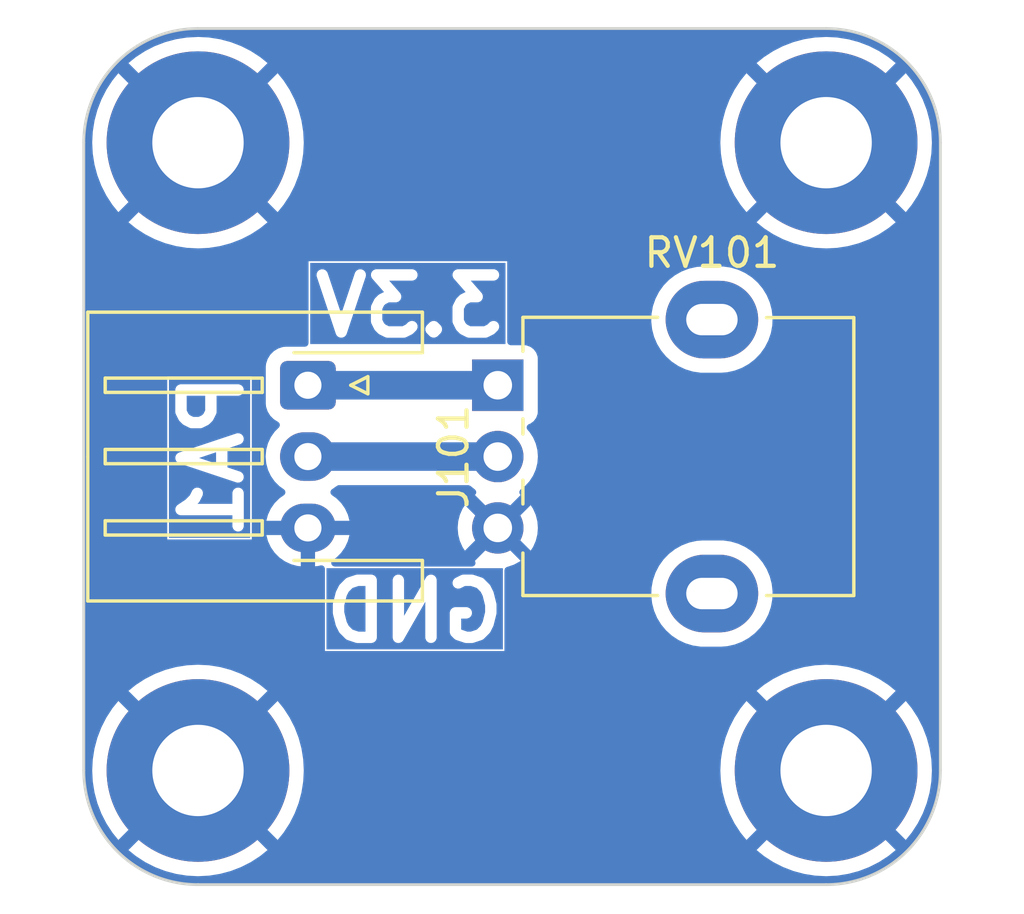
<source format=kicad_pcb>
(kicad_pcb (version 20221018) (generator pcbnew)
  (layers (0 "F.Cu" signal) (31 "B.Cu" signal) (34 "B.Paste" user) (35 "F.Paste" user) (36 "B.SilkS" user "B.Silkscreen") (37 "F.SilkS" user "F.Silkscreen") (38 "B.Mask" user) (39 "F.Mask" user) (44 "Edge.Cuts" user))
  (net 0 "")
  (net 1 "GND")
  (net 2 "+3.3V")
  (net 3 "/signal")
  (footprint "MountingHole:MountingHole_3.2mm_M3_Pad" (layer "F.Cu") (at 118 53)
    (fp_text reference "H102" hide)
    (fp_text value "MountingHole_Pad")
    (pad "1" thru_hole circle (at 0 0) (size 6.4 6.4) (drill 3.2) (layers "*.Cu" "*.Mask") (net 1 "GND"))
  )
  (footprint "MountingHole:MountingHole_3.2mm_M3_Pad" (layer "F.Cu") (at 96 53)
    (fp_text reference "H101" hide)
    (fp_text value "MountingHole_Pad")
    (pad "1" thru_hole circle (at 0 0) (size 6.4 6.4) (drill 3.2) (layers "*.Cu" "*.Mask") (net 1 "GND"))
  )
  (footprint "Connector_JST:JST_XH_S3B-XH-A-1_1x03_P2.50mm_Horizontal" (layer "F.Cu") (at 99.85 61.5 -90)
    (fp_text reference "J101" (at 2.5 -5.1 90) (layer "F.SilkS"))
    (fp_text value "Conn_01x03")
    (fp_line (start -2.56 -4.01) (end -1.14 -4.01) (stroke (width 0.12)) (layer "F.SilkS"))
    (fp_line (start -2.56 7.71) (end -2.56 -4.01) (stroke (width 0.12)) (layer "F.SilkS"))
    (fp_line (start -1.14 -4.01) (end -1.14 0.49) (stroke (width 0.12)) (layer "F.SilkS"))
    (fp_line (start -0.3 -2.1) (end 0.3 -2.1) (stroke (width 0.12)) (layer "F.SilkS"))
    (fp_line (start -0.25 1.6) (end -0.25 7.1) (stroke (width 0.12)) (layer "F.SilkS"))
    (fp_line (start -0.25 7.1) (end 0.25 7.1) (stroke (width 0.12)) (layer "F.SilkS"))
    (fp_line (start 0 -1.5) (end -0.3 -2.1) (stroke (width 0.12)) (layer "F.SilkS"))
    (fp_line (start 0.25 1.6) (end -0.25 1.6) (stroke (width 0.12)) (layer "F.SilkS"))
    (fp_line (start 0.25 7.1) (end 0.25 1.6) (stroke (width 0.12)) (layer "F.SilkS"))
    (fp_line (start 0.3 -2.1) (end 0 -1.5) (stroke (width 0.12)) (layer "F.SilkS"))
    (fp_line (start 2.25 1.6) (end 2.25 7.1) (stroke (width 0.12)) (layer "F.SilkS"))
    (fp_line (start 2.25 7.1) (end 2.75 7.1) (stroke (width 0.12)) (layer "F.SilkS"))
    (fp_line (start 2.5 7.71) (end -2.56 7.71) (stroke (width 0.12)) (layer "F.SilkS"))
    (fp_line (start 2.5 7.71) (end 7.56 7.71) (stroke (width 0.12)) (layer "F.SilkS"))
    (fp_line (start 2.75 1.6) (end 2.25 1.6) (stroke (width 0.12)) (layer "F.SilkS"))
    (fp_line (start 2.75 7.1) (end 2.75 1.6) (stroke (width 0.12)) (layer "F.SilkS"))
    (fp_line (start 4.75 1.6) (end 4.75 7.1) (stroke (width 0.12)) (layer "F.SilkS"))
    (fp_line (start 4.75 7.1) (end 5.25 7.1) (stroke (width 0.12)) (layer "F.SilkS"))
    (fp_line (start 5.25 1.6) (end 4.75 1.6) (stroke (width 0.12)) (layer "F.SilkS"))
    (fp_line (start 5.25 7.1) (end 5.25 1.6) (stroke (width 0.12)) (layer "F.SilkS"))
    (fp_line (start 6.14 -4.01) (end 6.14 0.49) (stroke (width 0.12)) (layer "F.SilkS"))
    (fp_line (start 7.56 -4.01) (end 6.14 -4.01) (stroke (width 0.12)) (layer "F.SilkS"))
    (fp_line (start 7.56 7.71) (end 7.56 -4.01) (stroke (width 0.12)) (layer "F.SilkS"))
    (pad "1" thru_hole roundrect (at 0 0 270) (size 1.7 1.95) (drill 0.95) (layers "*.Cu" "*.Mask") (roundrect_rratio 0.147059) (net 2 "+3.3V"))
    (pad "2" thru_hole oval (at 2.5 0 270) (size 1.7 1.95) (drill 0.95) (layers "*.Cu" "*.Mask") (net 3 "/signal"))
    (pad "3" thru_hole oval (at 5 0 270) (size 1.7 1.95) (drill 0.95) (layers "*.Cu" "*.Mask") (net 1 "GND"))
  )
  (footprint "MountingHole:MountingHole_3.2mm_M3_Pad" (layer "F.Cu") (at 96 75)
    (fp_text reference "H104" hide)
    (fp_text value "MountingHole_Pad")
    (pad "1" thru_hole circle (at 0 0) (size 6.4 6.4) (drill 3.2) (layers "*.Cu" "*.Mask") (net 1 "GND"))
  )
  (footprint "MountingHole:MountingHole_3.2mm_M3_Pad" (layer "F.Cu") (at 118 75)
    (fp_text reference "H103" hide)
    (fp_text value "MountingHole_Pad")
    (pad "1" thru_hole circle (at 0 0) (size 6.4 6.4) (drill 3.2) (layers "*.Cu" "*.Mask") (net 1 "GND"))
  )
  (footprint "WITNS:Potentiometer_Alpha_RD901F-40-00D_Single_Vertical" (layer "F.Cu") (at 114 64)
    (fp_text reference "RV101" (at 0 -7.14 180) (layer "F.SilkS"))
    (fp_text value "100k")
    (fp_line (start -6.62 -4.88) (end -1.9 -4.88) (stroke (width 0.12)) (layer "F.SilkS"))
    (fp_line (start -6.62 -3.69) (end -6.62 -4.87) (stroke (width 0.12)) (layer "F.SilkS"))
    (fp_line (start -6.62 -0.79) (end -6.62 -1.32) (stroke (width 0.12)) (layer "F.SilkS"))
    (fp_line (start -6.62 1.66) (end -6.62 0.83) (stroke (width 0.12)) (layer "F.SilkS"))
    (fp_line (start -6.62 4.87) (end -6.62 3.38) (stroke (width 0.12)) (layer "F.SilkS"))
    (fp_line (start -6.62 4.87) (end -1.9 4.87) (stroke (width 0.12)) (layer "F.SilkS"))
    (fp_line (start 1.91 -4.87) (end 4.97 -4.87) (stroke (width 0.12)) (layer "F.SilkS"))
    (fp_line (start 1.91 4.87) (end 4.97 4.87) (stroke (width 0.12)) (layer "F.SilkS"))
    (fp_line (start 4.97 4.87) (end 4.97 -4.87) (stroke (width 0.12)) (layer "F.SilkS"))
    (pad "" thru_hole oval (at 0 -4.8 90) (size 2.72 3.24) (drill oval 1.1 1.8) (layers "*.Cu" "*.Mask"))
    (pad "" thru_hole oval (at 0 4.8 90) (size 2.72 3.24) (drill oval 1.1 1.8) (layers "*.Cu" "*.Mask"))
    (pad "1" thru_hole rect (at -7.5 -2.5 90) (size 1.8 1.8) (drill 1) (layers "*.Cu" "*.Mask") (net 2 "+3.3V"))
    (pad "2" thru_hole circle (at -7.5 0 90) (size 1.8 1.8) (drill 1) (layers "*.Cu" "*.Mask") (net 3 "/signal"))
    (pad "3" thru_hole circle (at -7.5 2.5 90) (size 1.8 1.8) (drill 1) (layers "*.Cu" "*.Mask") (net 1 "GND"))
  )
  (gr_line (start 118 79) (end 96 79) (stroke (width 0.1)) (layer "Edge.Cuts"))
  (gr_arc (start 92 53) (mid 93.171573 50.171573) (end 96 49) (stroke (width 0.1)) (layer "Edge.Cuts"))
  (gr_arc (start 96 79) (mid 93.171573 77.828427) (end 92 75) (stroke (width 0.1)) (layer "Edge.Cuts"))
  (gr_line (start 92 75) (end 92 53) (stroke (width 0.1)) (layer "Edge.Cuts"))
  (gr_arc (start 122 75) (mid 120.828427 77.828427) (end 118 79) (stroke (width 0.1)) (layer "Edge.Cuts"))
  (gr_arc (start 118 49) (mid 120.828427 50.171573) (end 122 53) (stroke (width 0.1)) (layer "Edge.Cuts"))
  (gr_line (start 122 53) (end 122 75) (stroke (width 0.1)) (layer "Edge.Cuts"))
  (gr_line (start 96 49) (end 118 49) (stroke (width 0.1)) (layer "Edge.Cuts"))
  (gr_text "PA1" (at 96.5 64 90) (layer "B.Cu" knockout) (effects (font (size 2 2) (thickness 0.4) bold) (justify mirror)))
  (gr_text "3.3V" (at 106.9 59.9) (layer "B.Cu" knockout) (effects (font (size 2 2) (thickness 0.4) bold) (justify left bottom mirror)))
  (gr_text "GND" (at 106.9 70.6) (layer "B.Cu" knockout) (effects (font (size 2 2) (thickness 0.4) bold) (justify left bottom mirror)))
  (segment (start 106.5 61.5) (end 99.85 61.5) (width 1) (layer "B.Cu") (net 2))
  (segment (start 106.5 64) (end 99.85 64) (width 1) (layer "B.Cu") (net 3))
  (zone (net 1) (net_name "GND") (layer "B.Cu") (connect_pads (clearance 0.5)) (min_thickness 0.25) (fill yes (thermal_gap 0.5) (thermal_bridge_width 0.5))
    (polygon (pts (xy 91 48) (xy 123 48) (xy 123 80) (xy 91 80)))
  )
)
</source>
